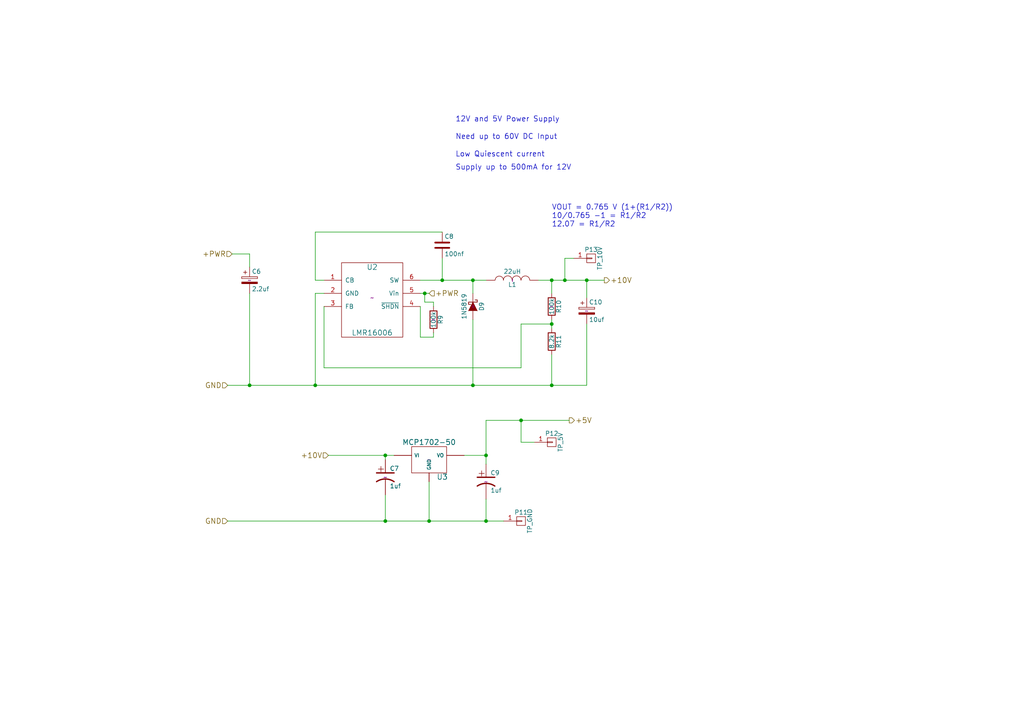
<source format=kicad_sch>
(kicad_sch (version 20230121) (generator eeschema)
  (paper "A4")
  (title_block (title "Renewable Regulator") (date "2017-04-04") (rev "1") (company "RE-Innovation"))
  (lib_symbols
    (symbol "RenewableRegulatorPCB_2017-rescue:C" (pin_numbers hide) (pin_names (offset 0.254))
      (property "Reference" "C" (at 0.635 2.54 0))
      (property "Value" "C" (at 0.635 -2.54 0))
      (symbol "C_0_1"
        (polyline (pts (xy -2.032 -0.762) (xy 2.032 -0.762)) (stroke (width 0.508)))
        (polyline (pts (xy -2.032 0.762) (xy 2.032 0.762)) (stroke (width 0.508)))
      )
      (symbol "C_1_1"
        (pin passive line (at 0 3.81 270) (length 2.794) (name "~") (number "1"))
        (pin passive line (at 0 -3.81 90) (length 2.794) (name "~") (number "2"))
      )
    )
    (symbol "RenewableRegulatorPCB_2017-rescue:CONN_01X01" (pin_names (offset 1.016) hide)
      (property "Reference" "P" (at 0 2.54 0))
      (property "Value" "CONN_01X01" (at 2.54 0 90))
      (symbol "CONN_01X01_0_1"
        (rectangle (start -1.27 0.127) (end 0.254 -0.127))
        (rectangle (start -1.27 1.27) (end 1.27 -1.27))
      )
      (symbol "CONN_01X01_1_1"
        (pin passive line (at -5.08 0 0) (length 3.81) (name "P1") (number "1"))
      )
    )
    (symbol "RenewableRegulatorPCB_2017-rescue:CP" (pin_numbers hide) (pin_names (offset 0.254))
      (property "Reference" "C" (at 0.635 2.54 0))
      (property "Value" "CP" (at 0.635 -2.54 0))
      (symbol "CP_0_1"
        (rectangle (start -2.286 0.508) (end -2.286 1.016))
        (rectangle (start -2.286 0.508) (end 2.286 0.508))
        (polyline (pts (xy -1.778 2.286) (xy -0.762 2.286)))
        (polyline (pts (xy -1.27 2.794) (xy -1.27 1.778)))
        (rectangle (start 2.286 -0.508) (end -2.286 -1.016) (fill (type outline)))
        (rectangle (start 2.286 1.016) (end -2.286 1.016))
        (rectangle (start 2.286 1.016) (end 2.286 0.508))
      )
      (symbol "CP_1_1"
        (pin passive line (at 0 3.81 270) (length 2.794) (name "~") (number "1"))
        (pin passive line (at 0 -3.81 90) (length 2.794) (name "~") (number "2"))
      )
    )
    (symbol "RenewableRegulatorPCB_2017-rescue:CP1-RESCUE-RenewableRegulatorPCB_2017" (pin_numbers hide) (pin_names (offset 0.254) hide)
      (property "Reference" "C" (at 1.27 2.54 0))
      (property "Value" "CP1-RESCUE-RenewableRegulatorPCB_2017" (at 1.27 -2.54 0))
      (symbol "CP1-RESCUE-RenewableRegulatorPCB_2017_0_0"
        (text "+" (at -1.27 2.54 0) (effects (font (size 2.032 2.032))))
      )
      (symbol "CP1-RESCUE-RenewableRegulatorPCB_2017_0_1"
        (polyline (pts (xy -2.54 1.27) (xy 2.54 1.27) (xy 1.27 1.27) (xy 1.27 1.27)) (stroke (width 0.381)))
        (arc (start 2.54 -1.27) (mid 0 -0.5009) (end -2.54 -1.27) (stroke (width 0.381)))
      )
      (symbol "CP1-RESCUE-RenewableRegulatorPCB_2017_1_1"
        (pin passive line (at 0 5.08 270) (length 3.81) (name "~") (number "1"))
        (pin passive line (at 0 -5.08 90) (length 4.572) (name "~") (number "2"))
      )
    )
    (symbol "RenewableRegulatorPCB_2017-rescue:D_Schottky" (pin_numbers hide) (pin_names (offset 1.016) hide)
      (property "Reference" "D" (at 0 2.54 0))
      (property "Value" "D_Schottky" (at 0 -2.54 0))
      (symbol "D_Schottky_0_1"
        (polyline (pts (xy 1.27 1.27) (xy -1.27 0) (xy 1.27 -1.27)) (fill (type outline)))
        (polyline (pts (xy -1.905 0.635) (xy -1.905 1.27) (xy -1.27 1.27) (xy -1.27 -1.27) (xy -0.635 -1.27) (xy -0.635 -0.635)) (stroke (width 0.2032)))
      )
      (symbol "D_Schottky_1_1"
        (pin passive line (at -3.81 0 0) (length 2.54) (name "K") (number "1"))
        (pin passive line (at 3.81 0 180) (length 2.54) (name "A") (number "2"))
      )
    )
    (symbol "RenewableRegulatorPCB_2017-rescue:INDUCTOR" (pin_numbers hide) (pin_names (offset 1.016) hide)
      (property "Reference" "L" (at -1.27 0 90))
      (property "Value" "INDUCTOR" (at 2.54 0 90))
      (symbol "INDUCTOR_0_1"
        (arc (start 0.0254 -5.0546) (mid 1.2449 -3.8097) (end 0.0254 -2.54))
        (arc (start 0.0254 -2.5146) (mid 1.2703 -1.2444) (end 0.0254 0.0508))
        (arc (start 0.0254 0.0254) (mid 1.2703 1.2956) (end 0.0254 2.5908))
        (arc (start 0.0254 2.5654) (mid 1.1941 3.7595) (end 0.0254 4.9784))
      )
      (symbol "INDUCTOR_1_1"
        (pin passive line (at 0 7.62 270) (length 2.54) (name "1") (number "1"))
        (pin passive line (at 0 -7.62 90) (length 2.54) (name "2") (number "2"))
      )
    )
    (symbol "RenewableRegulatorPCB_2017-rescue:LMR16006" (pin_names (offset 1.016))
      (property "Reference" "U" (at 0 8.89 0))
      (property "Value" "LMR16006" (at 0 -10.16 0))
      (symbol "LMR16006_0_1"
        (rectangle (start -8.89 10.16) (end 8.89 -11.43))
      )
      (symbol "LMR16006_1_1"
        (pin input line (at -13.97 5.08 0) (length 5.08) (name "CB") (number "1"))
        (pin input line (at -13.97 1.27 0) (length 5.08) (name "GND") (number "2"))
        (pin input line (at -13.97 -2.54 0) (length 5.08) (name "FB") (number "3"))
        (pin input line (at 13.97 -2.54 180) (length 5.08) (name "~{SHDN}") (number "4"))
        (pin input line (at 13.97 1.27 180) (length 5.08) (name "Vin") (number "5"))
        (pin input line (at 13.97 5.08 180) (length 5.08) (name "SW") (number "6"))
      )
    )
    (symbol "RenewableRegulatorPCB_2017-rescue:MCP1702-50" (pin_numbers hide) (pin_names (offset 0.762))
      (property "Reference" "U" (at 3.81 -4.9784 0))
      (property "Value" "MCP1702-50" (at 0 5.08 0))
      (symbol "MCP1702-50_0_1"
        (rectangle (start -5.08 -3.81) (end 5.08 3.81))
      )
      (symbol "MCP1702-50_1_1"
        (pin input line (at 0 -6.35 90) (length 2.54) (name "GND") (number "GND"))
        (pin input line (at -10.16 1.27 0) (length 5.08) (name "VI") (number "VI"))
        (pin power_out line (at 10.16 1.27 180) (length 5.08) (name "VO") (number "VO"))
      )
    )
    (symbol "RenewableRegulatorPCB_2017-rescue:R" (pin_numbers hide) (pin_names (offset 0))
      (property "Reference" "R" (at 2.032 0 90))
      (property "Value" "R" (at 0 0 90))
      (symbol "R_0_1"
        (rectangle (start -1.016 -2.54) (end 1.016 2.54) (stroke (width 0.254)))
      )
      (symbol "R_1_1"
        (pin passive line (at 0 3.81 270) (length 1.27) (name "~") (number "1"))
        (pin passive line (at 0 -3.81 90) (length 1.27) (name "~") (number "2"))
      )
    )
  )
  (junction (at 160.02 93.98))
  (junction (at 163.83 81.28))
  (junction (at 160.02 81.28))
  (junction (at 128.27 81.28))
  (junction (at 124.46 151.13))
  (junction (at 170.18 81.28))
  (junction (at 137.16 81.28))
  (junction (at 140.97 132.08))
  (junction (at 140.97 151.13))
  (junction (at 72.39 111.76))
  (junction (at 91.44 111.76))
  (junction (at 137.16 111.76))
  (junction (at 123.19 85.09))
  (junction (at 111.76 132.08))
  (junction (at 160.02 111.76))
  (junction (at 111.76 151.13))
  (junction (at 151.13 121.92))
  (wire (pts (xy 93.98 106.68) (xy 151.13 106.68)))
  (wire (pts (xy 151.13 93.98) (xy 160.02 93.98)))
  (wire (pts (xy 128.27 74.93) (xy 128.27 81.28)))
  (wire (pts (xy 170.18 81.28) (xy 175.26 81.28)))
  (wire (pts (xy 123.19 85.09) (xy 124.46 85.09)))
  (wire (pts (xy 140.97 144.78) (xy 140.97 151.13)))
  (wire (pts (xy 93.98 85.09) (xy 91.44 85.09)))
  (wire (pts (xy 95.25 132.08) (xy 111.76 132.08)))
  (wire (pts (xy 128.27 67.31) (xy 91.44 67.31)))
  (wire (pts (xy 72.39 77.47) (xy 72.39 73.66)))
  (wire (pts (xy 121.92 81.28) (xy 128.27 81.28)))
  (wire (pts (xy 137.16 81.28) (xy 140.97 81.28)))
  (wire (pts (xy 140.97 151.13) (xy 146.05 151.13)))
  (wire (pts (xy 121.92 97.79) (xy 125.73 97.79)))
  (wire (pts (xy 163.83 81.28) (xy 170.18 81.28)))
  (wire (pts (xy 125.73 97.79) (xy 125.73 96.52)))
  (wire (pts (xy 137.16 85.09) (xy 137.16 81.28)))
  (wire (pts (xy 123.19 87.63) (xy 123.19 85.09)))
  (wire (pts (xy 128.27 81.28) (xy 137.16 81.28)))
  (wire (pts (xy 72.39 73.66) (xy 67.31 73.66)))
  (wire (pts (xy 72.39 85.09) (xy 72.39 111.76)))
  (wire (pts (xy 125.73 88.9) (xy 125.73 87.63)))
  (wire (pts (xy 137.16 92.71) (xy 137.16 111.76)))
  (wire (pts (xy 160.02 81.28) (xy 163.83 81.28)))
  (wire (pts (xy 166.37 74.93) (xy 163.83 74.93)))
  (wire (pts (xy 91.44 81.28) (xy 93.98 81.28)))
  (wire (pts (xy 111.76 143.51) (xy 111.76 151.13)))
  (wire (pts (xy 160.02 111.76) (xy 170.18 111.76)))
  (wire (pts (xy 72.39 111.76) (xy 91.44 111.76)))
  (wire (pts (xy 91.44 67.31) (xy 91.44 81.28)))
  (wire (pts (xy 91.44 85.09) (xy 91.44 111.76)))
  (wire (pts (xy 170.18 86.36) (xy 170.18 81.28)))
  (wire (pts (xy 151.13 121.92) (xy 165.1 121.92)))
  (wire (pts (xy 151.13 128.27) (xy 151.13 121.92)))
  (wire (pts (xy 111.76 133.35) (xy 111.76 132.08)))
  (wire (pts (xy 66.04 151.13) (xy 111.76 151.13)))
  (wire (pts (xy 124.46 151.13) (xy 140.97 151.13)))
  (wire (pts (xy 160.02 85.09) (xy 160.02 81.28)))
  (wire (pts (xy 124.46 139.7) (xy 124.46 151.13)))
  (wire (pts (xy 93.98 88.9) (xy 93.98 106.68)))
  (wire (pts (xy 111.76 151.13) (xy 124.46 151.13)))
  (wire (pts (xy 151.13 106.68) (xy 151.13 93.98)))
  (wire (pts (xy 140.97 121.92) (xy 151.13 121.92)))
  (wire (pts (xy 140.97 132.08) (xy 140.97 134.62)))
  (wire (pts (xy 125.73 87.63) (xy 123.19 87.63)))
  (wire (pts (xy 134.62 132.08) (xy 140.97 132.08)))
  (wire (pts (xy 160.02 111.76) (xy 160.02 102.87)))
  (wire (pts (xy 140.97 121.92) (xy 140.97 132.08)))
  (wire (pts (xy 160.02 95.25) (xy 160.02 93.98)))
  (wire (pts (xy 91.44 111.76) (xy 137.16 111.76)))
  (wire (pts (xy 170.18 111.76) (xy 170.18 93.98)))
  (wire (pts (xy 121.92 88.9) (xy 121.92 97.79)))
  (wire (pts (xy 66.04 111.76) (xy 72.39 111.76)))
  (wire (pts (xy 121.92 85.09) (xy 123.19 85.09)))
  (wire (pts (xy 111.76 132.08) (xy 114.3 132.08)))
  (wire (pts (xy 154.94 128.27) (xy 151.13 128.27)))
  (wire (pts (xy 156.21 81.28) (xy 160.02 81.28)))
  (wire (pts (xy 137.16 111.76) (xy 160.02 111.76)))
  (wire (pts (xy 160.02 93.98) (xy 160.02 92.71)))
  (wire (pts (xy 163.83 74.93) (xy 163.83 81.28)))
  (text "12V and 5V Power Supply" (at 132.08 35.56 0) (effects (font (size 1.524 1.524)) (justify left bottom)))
  (text "Need up to 60V DC Input" (at 132.08 40.64 0) (effects (font (size 1.524 1.524)) (justify left bottom)))
  (text "Supply up to 500mA for 12V" (at 132.08 49.53 0) (effects (font (size 1.524 1.524)) (justify left bottom)))
  (text "VOUT = 0.765 V (1+(R1/R2))\n10/0.765 -1 = R1/R2\n12.07 = R1/R2" (at 160.02 66.04 0) (effects (font (size 1.524 1.524)) (justify left bottom)))
  (text "Low Quiescent current" (at 132.08 45.72 0) (effects (font (size 1.524 1.524)) (justify left bottom)))
  (hierarchical_label "+PWR" (shape input) (at 124.46 85.09 0) (effects (font (size 1.524 1.524))))
  (hierarchical_label "+10V" (shape output) (at 175.26 81.28 0) (effects (font (size 1.524 1.524))))
  (hierarchical_label "+PWR" (shape input) (at 67.31 73.66 180) (effects (font (size 1.524 1.524))))
  (hierarchical_label "GND" (shape input) (at 66.04 151.13 180) (effects (font (size 1.524 1.524))))
  (hierarchical_label "+5V" (shape output) (at 165.1 121.92 0) (effects (font (size 1.524 1.524))))
  (hierarchical_label "GND" (shape input) (at 66.04 111.76 180) (effects (font (size 1.524 1.524))))
  (hierarchical_label "+10V" (shape input) (at 95.25 132.08 180) (effects (font (size 1.524 1.524))))
  (symbol (lib_id "RenewableRegulatorPCB_2017-rescue:CP1-RESCUE-RenewableRegulatorPCB_2017") (at 111.76 138.43 0) (unit 1)
    (property "Reference" "C7" (at 113.03 135.89 0) (effects (justify left)))
    (property "Value" "1uf" (at 113.03 140.97 0) (effects (justify left)))
    (property "Footprint" "RenewableRegulatorPCB_2017_Library_Yoan:Capacitor_C7_1V7_TH" (effects hide))
    (property "Notes" "~" (at 111.76 138.43 0) (effects (font (size 1.524 1.524))))
    (property "Description" ">25V Electrolytic/Ceramic" (effects hide))
    (property "Manufacturer" "Murata" (effects hide))
    (property "Manufacturer Part No" "RCER71H105K2M1H03A" (effects hide))
    (property "Supplier 1" "RS" (effects hide))
    (property "Supplier 1 Part No" "841-0755" (effects hide))
    (property "Supplier 1 Cost" "0.28" (effects hide))
  )
  (symbol (lib_id "RenewableRegulatorPCB_2017-rescue:LMR16006") (at 107.95 86.36 0) (unit 1)
    (property "Reference" "U2" (at 107.95 77.47 0) (effects (font (size 1.524 1.524))))
    (property "Value" "LMR16006" (at 107.95 96.52 0) (effects (font (size 1.524 1.524))))
    (property "Footprint" "REInnovationFootprint:SM_SOT23-6" (effects hide))
    (property "Datasheet" "http://www.ti.com/lit/ds/symlink/lmr16006.pdf" (effects hide))
    (property "Notes" "~" (at 107.95 86.36 0) (effects (font (size 1.524 1.524))))
    (property "Description" "60V 0.6A Buck Reg" (effects hide))
    (property "Manufacturer" "TI" (effects hide))
    (property "Manufacturer Part No" "LMR16006YDDCT" (effects hide))
    (property "Supplier 1" "RS" (effects hide))
    (property "Supplier 1 Part No" "900-9790" (effects hide))
    (property "Supplier 1 Cost" "2.495" (effects hide))
  )
  (symbol (lib_id "RenewableRegulatorPCB_2017-rescue:D_Schottky") (at 137.16 88.9 270) (unit 1)
    (property "Reference" "D9" (at 139.7 88.9 0))
    (property "Value" "1N5819" (at 134.62 88.9 0))
    (property "Footprint" "REInnovationFootprint:TH_Diode_1" (effects hide))
    (property "Datasheet" "https://www.diodes.com/assets/Datasheets/ds23001.pdf" (effects hide))
    (property "Notes" "~" (at 137.16 88.9 0) (effects (font (size 1.524 1.524))))
    (property "Description" "1A 0.850V Schottky 1A" (effects hide))
    (property "Manufacturer" "Diodes Inc" (effects hide))
    (property "Manufacturer Part No" "1N5819" (effects hide))
    (property "Supplier 1" "Aliexpress" (effects hide))
  )
  (symbol (lib_id "RenewableRegulatorPCB_2017-rescue:CP") (at 72.39 81.28 0) (unit 1)
    (property "Reference" "C6" (at 73.025 78.74 0) (effects (justify left)))
    (property "Value" "2.2uf" (at 73.025 83.82 0) (effects (justify left)))
    (property "Footprint" "RenewableRegulatorPCB_2017_Library_Yoan:Capacitor_C6_1V7_TH" (effects hide))
    (property "Datasheet" "http://docs-europe.electrocomponents.com/webdocs/156e/0900766b8156ecdd.pdf" (effects hide))
    (property "Notes" "~" (at 72.39 81.28 0) (effects (font (size 1.524 1.524))))
    (property "Description" "60V+ Ceramic Low ESR" (effects hide))
    (property "Manufacturer" "Murata" (effects hide))
    (property "Manufacturer Part No" "RDEC72A225K3M1H03A" (effects hide))
    (property "Supplier 1" "RS" (effects hide))
    (property "Supplier 1 Part No" "133-5714" (effects hide))
    (property "Supplier 1 Cost" "0.79" (effects hide))
  )
  (symbol (lib_id "RenewableRegulatorPCB_2017-rescue:C") (at 128.27 71.12 0) (unit 1)
    (property "Reference" "C8" (at 128.905 68.58 0) (effects (justify left)))
    (property "Value" "100nf" (at 128.905 73.66 0) (effects (justify left)))
    (property "Footprint" "REInnovationFootprint:cond_1" (effects hide))
  )
  (symbol (lib_id "RenewableRegulatorPCB_2017-rescue:INDUCTOR") (at 148.59 81.28 90) (unit 1)
    (property "Reference" "L1" (at 148.59 82.55 90))
    (property "Value" "22uH" (at 148.59 78.74 90))
    (property "Footprint" "REInnovationFootprint:TH_Inductor" (effects hide))
    (property "Notes" "~" (at 148.59 81.28 0) (effects (font (size 1.524 1.524))))
    (property "Description" ">1.6A Rated 2.3A" (effects hide))
    (property "Manufacturer" "Wurth" (effects hide))
    (property "Manufacturer Part No" "744772220" (effects hide))
    (property "Supplier 1" "RS" (effects hide))
    (property "Supplier 1 Part No" "489-0043" (effects hide))
    (property "Supplier 1 Cost" "0.669" (effects hide))
  )
  (symbol (lib_id "RenewableRegulatorPCB_2017-rescue:R") (at 160.02 88.9 0) (unit 1)
    (property "Reference" "R10" (at 162.052 88.9 90))
    (property "Value" "100k" (at 160.02 88.9 90))
    (property "Footprint" "REInnovationFootprint:TH_Resistor_1" (effects hide))
    (property "Notes" "~" (at 160.02 88.9 0) (effects (font (size 1.524 1.524))))
  )
  (symbol (lib_id "RenewableRegulatorPCB_2017-rescue:R") (at 160.02 99.06 0) (unit 1)
    (property "Reference" "R11" (at 162.052 99.06 90))
    (property "Value" "8.2k" (at 160.02 99.06 90))
    (property "Footprint" "REInnovationFootprint:TH_Resistor_1" (effects hide))
  )
  (symbol (lib_id "RenewableRegulatorPCB_2017-rescue:MCP1702-50") (at 124.46 133.35 0) (unit 1)
    (property "Reference" "U3" (at 128.27 138.3284 0) (effects (font (size 1.524 1.524))))
    (property "Value" "MCP1702-50" (at 124.46 128.27 0) (effects (font (size 1.524 1.524))))
    (property "Footprint" "REInnovationFootprint:TH_TO92-EBC_large_pad_u3" (effects hide))
    (property "Datasheet" "http://docs-europe.electrocomponents.com/webdocs/0a77/0900766b80a77df4.pdf" (effects hide))
    (property "Notes" "~" (at 124.46 133.35 0) (effects (font (size 1.524 1.524))))
    (property "Description" "LDO 5V supply. 250mA" (effects hide))
    (property "Manufacturer" "MicroChip" (effects hide))
    (property "Manufacturer Part No" "MCP1702-5002E/TO" (effects hide))
    (property "Supplier 1" "RS" (effects hide))
    (property "Supplier 1 Part No" "403-856" (effects hide))
    (property "Supplier 1 Cost" "0.358" (effects hide))
  )
  (symbol (lib_id "RenewableRegulatorPCB_2017-rescue:R") (at 125.73 92.71 0) (unit 1)
    (property "Reference" "R9" (at 127.762 92.71 90))
    (property "Value" "100k" (at 125.73 92.71 90))
    (property "Footprint" "REInnovationFootprint:TH_Resistor_1" (effects hide))
    (property "Notes" "~" (at 125.73 92.71 0) (effects (font (size 1.524 1.524))))
  )
  (symbol (lib_id "RenewableRegulatorPCB_2017-rescue:CP") (at 170.18 90.17 0) (unit 1)
    (property "Reference" "C10" (at 170.815 87.63 0) (effects (justify left)))
    (property "Value" "10uf" (at 170.815 92.71 0) (effects (justify left)))
    (property "Footprint" "RenewableRegulatorPCB_2017_Library_Yoan:Capacitor_C10_1V7_TH" (effects hide))
    (property "Notes" "~" (at 170.18 90.17 0) (effects (font (size 1.524 1.524))))
    (property "Description" "Low ESR. 25V" (effects hide))
    (property "Manufacturer" "Panasonic" (effects hide))
    (property "Manufacturer Part No" "EEUFR1H100" (effects hide))
    (property "Supplier 1" "RS" (effects hide))
    (property "Supplier 1 Part No" "923-2745" (effects hide))
    (property "Supplier 1 Cost" "0.047" (effects hide))
  )
  (symbol (lib_id "RenewableRegulatorPCB_2017-rescue:CONN_01X01") (at 171.45 74.93 0) (unit 1)
    (property "Reference" "P13" (at 171.45 72.39 0))
    (property "Value" "TP_10V" (at 173.99 74.93 90))
    (property "Footprint" "REInnovationFootprint:tp" (effects hide))
  )
  (symbol (lib_id "RenewableRegulatorPCB_2017-rescue:CONN_01X01") (at 160.02 128.27 0) (unit 1)
    (property "Reference" "P12" (at 160.02 125.73 0))
    (property "Value" "TP_5V" (at 162.56 128.27 90))
    (property "Footprint" "REInnovationFootprint:tp" (effects hide))
  )
  (symbol (lib_id "RenewableRegulatorPCB_2017-rescue:CONN_01X01") (at 151.13 151.13 0) (unit 1)
    (property "Reference" "P11" (at 151.13 148.59 0))
    (property "Value" "TP_GND" (at 153.67 151.13 90))
    (property "Footprint" "REInnovationFootprint:tp" (effects hide))
  )
  (symbol (lib_id "RenewableRegulatorPCB_2017-rescue:CP1-RESCUE-RenewableRegulatorPCB_2017") (at 140.97 139.7 0) (unit 1)
    (property "Reference" "C9" (at 142.24 137.16 0) (effects (justify left)))
    (property "Value" "1uf" (at 142.24 142.24 0) (effects (justify left)))
    (property "Footprint" "RenewableRegulatorPCB_2017_Library_Yoan:Capacitor_C9_1V7_TH" (effects hide))
    (property "Notes" "~" (at 140.97 139.7 0) (effects (font (size 1.524 1.524))))
    (property "Description" ">25V Electrolytic/Ceramic" (effects hide))
    (property "Manufacturer" "Murata" (effects hide))
    (property "Manufacturer Part No" "RCER71H105K2M1H03A" (effects hide))
    (property "Supplier 1" "RS" (effects hide))
    (property "Supplier 1 Part No" "841-0755" (effects hide))
    (property "Supplier 1 Cost" "0.28" (effects hide))
  )
)
</source>
